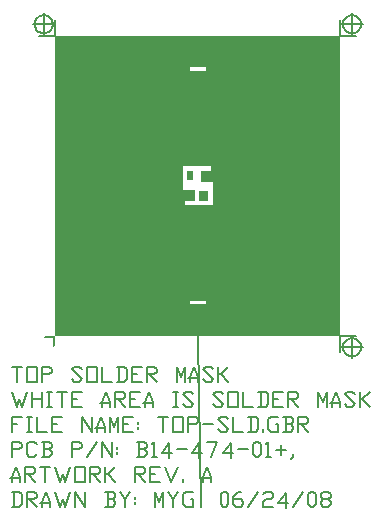
<source format=gbr>
G04 AutoGERB for AutoCAD 14/2000*
G04 RS274-X Output *
%FSLAX34Y34*%
%MOIN*%
%ADD12C,0.005000*%
%ADD13C,0.007000*%
%ADD14C,0.013448*%
%ADD15C,0.013000*%
%ADD16C,0.096000*%
G36*X-312Y0D02*X-396Y-90D01*X-90Y-90*X-90Y-396*X0Y-312*X0Y0*X-312Y0*G37*G54D12*X9887Y-83D02*X9840Y-87D01*X9795Y-97*X9751Y-115*X9711Y-140*X9675Y-170*X9645Y-206*X9620Y-246*X9602Y-289*X9591Y-335*X9587Y-381*G54D12*X9587Y-383D02*X9591Y-430D01*X9602Y-475*X9620Y-519*X9644Y-559*X9674Y-594*X9710Y-625*X9750Y-650*X9793Y-668*X9839Y-679*X9886Y-683*G54D12*X9500Y0D02*X10037Y0D01*G54D12*X9887Y-383D02*X9525Y-383D01*G54D12*X9500Y0D02*X9500Y-537D01*G54D12*X9887Y-683D02*X9934Y-679D01*X9979Y-668*X10023Y-650*X10063Y-626*X10099Y-595*X10129Y-560*X10154Y-520*X10172Y-477*X10183Y-431*X10187Y-384*G54D12*X9887Y-383D02*X9887Y-745D01*G54D12*X10187Y-383D02*X10183Y-336D01*X10172Y-290*X10155Y-247*X10130Y-207*X10100Y-171*X10064Y-141*X10024Y-116*X9981Y-98*X9935Y-87*X9889Y-83*G54D12*X9887Y-383D02*X10249Y-383D01*G54D12*X9887Y-383D02*X9887Y-21D01*G54D12*X-387Y10683D02*X-434Y10679D01*X-479Y10668*X-523Y10650*X-563Y10626*X-599Y10595*X-629Y10560*X-654Y10520*X-672Y10477*X-683Y10431*X-687Y10384*G54D12*X-687Y10383D02*X-683Y10336D01*X-672Y10290*X-655Y10247*X-630Y10207*X-600Y10171*X-564Y10141*X-524Y10116*X-481Y10098*X-435Y10087*X-389Y10083*G54D12*X-387Y10383D02*X-749Y10383D01*G54D12*X-387Y10083D02*X-340Y10087D01*X-295Y10097*X-251Y10115*X-211Y10140*X-175Y10170*X-145Y10206*X-120Y10246*X-102Y10289*X-91Y10335*X-87Y10381*G54D12*X-387Y10383D02*X-387Y10021D01*G54D12*X0Y10000D02*X0Y10537D01*G54D12*X0Y10000D02*X-537Y10000D01*G54D12*X-87Y10383D02*X-91Y10430D01*X-102Y10475*X-120Y10519*X-144Y10559*X-174Y10594*X-210Y10625*X-250Y10650*X-293Y10668*X-339Y10679*X-386Y10683*G54D12*X-387Y10383D02*X-25Y10383D01*G54D12*X-387Y10383D02*X-387Y10745D01*G54D12*X10187Y10383D02*X10183Y10430D01*X10172Y10475*X10155Y10519*X10130Y10559*X10100Y10594*X10064Y10625*X10024Y10650*X9981Y10668*X9935Y10679*X9889Y10683*G54D12*X9887Y10083D02*X9934Y10087D01*X9979Y10097*X10023Y10115*X10063Y10140*X10099Y10170*X10129Y10206*X10154Y10246*X10172Y10289*X10183Y10335*X10187Y10381*G54D12*X9887Y10383D02*X10249Y10383D01*G54D12*X9587Y10383D02*X9591Y10336D01*X9602Y10290
*X9620Y10247*X9644Y10207*X9674Y10171*X9710Y10141*X9750Y10116*X9793Y10098*X9839Y10087*X9886Y10083*G54D12*X9887Y10383D02*X9887Y10021D01*G54D12*X9500Y10000D02*X9500Y10537D01*G54D12*X9500Y10000D02*X10037Y10000D01*G54D12*X9887Y10683D02*X9840Y10679D01*X9795Y10668*X9751Y10650*X9711Y10626*X9675Y10595*X9645Y10560*X9620Y10520*X9602Y10477*X9591Y10431*X9587Y10384*G54D12*X9887Y10383D02*X9525Y10383D01*G54D12*X9887Y10383D02*X9887Y10745D01*G36*X4730Y8950D02*X4490Y8950D01*X4490Y8830*X4730Y8830*X4730Y5644*X4246Y5644*X4246Y4871*X4643Y4871*X4643Y4506*X4326Y4506*X4326Y4356*X5254Y4356*X5254Y5129*X4857Y5129*X4857Y5494*X5174Y5494*X5174Y5644*X4770Y5644*X4770Y8830*X5010Y8830*X5010Y8950*X4770Y8950*X4770Y10000*X9500Y10000*X9500Y0*X4770Y0*X4770Y1050*X5010Y1050*X5010Y1170*X4490Y1170*X4490Y1050*X4730Y1050*X4730Y0*X0Y0*X0Y10000*X4730Y10000*X4730Y8950*G37*G54D13*X-1451Y-5698D02*X-1201Y-5698D01*X-1118Y-5615*X-1118Y-5282*X-1202Y-5198*X-1451Y-5198*G54D13*X-1368Y-5198D02*X-1368Y-5698D01*G54D13*X-951Y-5698D02*X-951Y-5198D01*X-701Y-5198*X-618Y-5282*X-618Y-5365*X-701Y-5449*X-951Y-5449*G54D13*X-868Y-5449D02*X-618Y-5698D01*G54D13*X-451Y-5698D02*X-451Y-5532D01*X-313Y-5198*X-175Y-5532*X-175Y-5698*G54D13*X-509Y-5560D02*X-175Y-5560D01*G54D13*X-9Y-5198D02*X158Y-5698D01*X241Y-5448*X325Y-5698*X491Y-5198*G54D13*X658Y-5698D02*X658Y-5198D01*X991Y-5698*X991Y-5198*G54D13*X1658Y-5698D02*X1908Y-5698D01*X1991Y-5615*X1991Y-5532*X1908Y-5448*X1741Y-5448*G54D13*X1908Y-5448D02*X1991Y-5365D01*X1991Y-5282*X1908Y-5198*X1658Y-5198*G54D13*X1741Y-5198D02*X1741Y-5698D01*G54D13*X2158Y-5198D02*X2325Y-5448D01*X2325Y-5698*G54D13*X2325Y-5448D02*X2491Y-5198D01*G54D13*X2658Y-5365D02*X2658Y-5449D01*G54D13*X2658Y-5532D02*X2658Y-5615D01*G54D13*X3325Y-5698D02*X3325Y-5199D01*X3463Y-5532*X3601Y-5198*X3601Y-5698*G54D13*X3767Y-5198D02*X3934Y-5448D01*X3934Y-5698*G54D13*X3934Y-5448D02*X4101Y-5198D01*G54D13*X4517Y-5448D02*X4601Y-5448D01*X4601Y-5698*X4351Y-5698*X4267Y-5615*X4267Y-5282*X4351Y-5198*X4601Y-5198*G54D13*X4851Y-5615D02*X4851Y-5698D01*X4767Y-
5781*G54D13*X5601Y-5698D02*X5517Y-5615D01*X5517Y-5282*X5601Y-5198*X5684Y-5198*X5767Y-5282*X5767Y-5615*X5684Y-5698*X5601Y-5698*G54D13*X5934Y-5448D02*X6184Y-5449D01*X6267Y-5532*X6267Y-5615*X6184Y-5698*X6017Y-5698*X5934Y-5615*X5934Y-5365*X6101Y-5198*X6184Y-5198*G54D13*X6434Y-5698D02*X6767Y-5199D01*G54D13*X6934Y-5282D02*X7017Y-5198D01*X7184Y-5198*X7267Y-5282*X7267Y-5365*X7184Y-5449*X7017Y-5449*X6934Y-5532*X6934Y-5698*X7267Y-5698*G54D13*X7767Y-5560D02*X7434Y-5560D01*X7684Y-5227*X7684Y-5726*G54D13*X7934Y-5698D02*X8267Y-5198D01*G54D13*X8517Y-5698D02*X8434Y-5615D01*X8434Y-5282*X8517Y-5198*X8601Y-5198*X8684Y-5282*X8684Y-5615*X8601Y-5698*X8517Y-5698*G54D13*X8934Y-5698D02*X8851Y-5615D01*X8851Y-5532*X8934Y-5448*X9101Y-5448*X9184Y-5365*X9184Y-5282*X9101Y-5198*X8934Y-5198*X8851Y-5282*X8851Y-5365*X8934Y-5448*G54D13*X9101Y-5448D02*X9184Y-5532D01*X9184Y-5615*X9101Y-5698*X8934Y-5698*G54D13*X-1451Y-4031D02*X-1451Y-3531D01*X-1201Y-3531*X-1118Y-3615*X-1118Y-3698*X-1201Y-3782*X-1451Y-3782*G54D13*X-618Y-3948D02*X-701Y-4031D01*X-868Y-4031*X-951Y-3948*X-952Y-3615*X-868Y-3531*X-701Y-3531*X-618Y-3615*G54D13*X-451Y-4031D02*X-201Y-4031D01*X-118Y-3948*X-118Y-3865*X-201Y-3781*X-368Y-3781*G54D13*X-201Y-3781D02*X-118Y-3698D01*X-118Y-3615*X-201Y-3531*X-452Y-3531*G54D13*X-368Y-3531D02*X-368Y-4031D01*G54D13*X549Y-4031D02*X549Y-3531D01*X799Y-3531*X882Y-3615*X882Y-3698*X799Y-3782*X549Y-3782*G54D13*X1049Y-4031D02*X1382Y-3531D01*G54D13*X1549Y-4031D02*X1549Y-3532D01*X1882Y-4031*X1882Y-3531*G54D13*X2049Y-3698D02*X2049Y-3782D01*G54D13*X2049Y-3865D02*X2049Y-3948D01*G54D13*X2715Y-4031D02*X2965Y-4031D01*X3048Y-3948*X3048Y-3865*X2965Y-3781*X2798Y-3781*G54D13*X2965Y-3781D02*X3048Y-3698D01*X3048Y-3615*X2965Y-3531*X2715Y-3531*G54D13*X2798Y-3531D02*X2798Y-4031D01*G54D13*X3215Y-3615D02*X3298Y-3531D01*X3298Y-4031*G54D13*X3215Y-4031D02*X3382Y-4031D01*G54D13*X3882Y-3893D02*X3548Y-3893D01*X3798Y-3560*X3799Y-4059*G54D13*X4048Y-3781D02*X4382Y-3782D01*G54D13*X4882Y-3893D02*X4549Y-3893D01*X4798Y-3560*X4799Y-4059*G54D13*X5048
Y-3532D02*X5382Y-3531D01*X5175Y-4031*G54D13*X5925Y-3893D02*X5591Y-3893D01*X5841Y-3560*X5841Y-4059*G54D13*X6091Y-3781D02*X6425Y-3781D01*G54D13*X6675Y-4031D02*X6591Y-3948D01*X6591Y-3615*X6675Y-3531*X6758Y-3531*X6841Y-3615*X6841Y-3948*X6758Y-4031*X6675Y-4031*G54D13*X7008Y-3615D02*X7091Y-3531D01*X7091Y-4031*G54D13*X7008Y-4031D02*X7175Y-4031D01*G54D13*X7508Y-3962D02*X7508Y-3629D01*G54D13*X7675Y-3796D02*X7341Y-3796D01*G54D13*X7925Y-3948D02*X7925Y-4031D01*X7841Y-4114*G54D13*X-1451Y-3198D02*X-1451Y-2698D01*X-1118Y-2698*G54D13*X-1451Y-2948D02*X-1285Y-2948D01*G54D13*X-951Y-2698D02*X-785Y-2699D01*G54D13*X-868Y-2698D02*X-868Y-3198D01*G54D13*X-951Y-3198D02*X-785Y-3198D01*G54D13*X-618Y-2698D02*X-618Y-3198D01*X-285Y-3198*G54D13*X-118Y-3198D02*X-118Y-2698D01*X215Y-2698*G54D13*X-118Y-2949D02*X49Y-2949D01*G54D13*X-118Y-3198D02*X215Y-3198D01*G54D13*X882Y-3198D02*X882Y-2698D01*X1215Y-3198*X1215Y-2699*G54D13*X1382Y-3198D02*X1382Y-3032D01*X1520Y-2699*X1658Y-3032*X1658Y-3198*G54D13*X1325Y-3060D02*X1658Y-3060D01*G54D13*X1825Y-3198D02*X1825Y-2698D01*X1963Y-3032*X2101Y-2698*X2101Y-3198*G54D13*X2267Y-3198D02*X2267Y-2698D01*X2601Y-2698*G54D13*X2267Y-2949D02*X2434Y-2948D01*G54D13*X2267Y-3198D02*X2601Y-3198D01*G54D13*X2767Y-2865D02*X2767Y-2948D01*G54D13*X2767Y-3032D02*X2767Y-3115D01*G54D13*X3434Y-2698D02*X3767Y-2698D01*G54D13*X3601Y-2698D02*X3601Y-3198D01*G54D13*X3934Y-3198D02*X3934Y-2698D01*X4267Y-2698*X4267Y-3198*X3934Y-3198*G54D13*X4434Y-3198D02*X4434Y-2698D01*X4684Y-2698*X4767Y-2782*X4767Y-2865*X4684Y-2949*X4434Y-2949*G54D13*X4934Y-2948D02*X5267Y-2948D01*G54D13*X5434Y-3115D02*X5517Y-3198D01*X5684Y-3198*X5767Y-3115*X5434Y-2782*X5517Y-2698*X5684Y-2698*X5767Y-2782*G54D13*X5934Y-2699D02*X5934Y-3198D01*X6267Y-3198*G54D13*X6434Y-3198D02*X6684Y-3198D01*X6767Y-3115*X6767Y-2782*X6684Y-2698*X6434Y-2698*G54D13*X6517Y-2698D02*X6517Y-3198D01*G54D13*X6934Y-3198D02*X6934Y-3115D01*G54D13*X7351Y-2948D02*X7434Y-2948D01*X7434Y-3198*X7184Y-3198*X7101Y-3115*X7101Y-2782*X7184Y-2698*X7434Y-2698*G54D13*X7601Y-3198D
02*X7851Y-3198D01*X7934Y-3115*X7934Y-3032*X7851Y-2948*X7684Y-2948*G54D13*X7851Y-2948D02*X7934Y-2865D01*X7934Y-2782*X7851Y-2698*X7601Y-2698*G54D13*X7684Y-2698D02*X7684Y-3198D01*G54D13*X8101Y-3198D02*X8101Y-2699D01*X8351Y-2698*X8434Y-2782*X8434Y-2865*X8351Y-2949*X8101Y-2949*G54D13*X8184Y-2949D02*X8434Y-3198D01*G54D13*X-1451Y-1864D02*X-1285Y-2364D01*X-1201Y-2114*X-1118Y-2364*X-951Y-1864*G54D13*X-785Y-2364D02*X-785Y-1865D01*G54D13*X-785Y-2114D02*X-451Y-2114D01*G54D13*X-451Y-1864D02*X-451Y-2364D01*G54D13*X-285Y-1865D02*X-118Y-1864D01*G54D13*X-202Y-1864D02*X-202Y-2364D01*G54D13*X-285Y-2364D02*X-118Y-2364D01*G54D13*X48Y-1864D02*X382Y-1865D01*G54D13*X215Y-1864D02*X215Y-2364D01*G54D13*X548Y-2364D02*X548Y-1864D01*X882Y-1864*G54D13*X548Y-2114D02*X715Y-2114D01*G54D13*X548Y-2364D02*X882Y-2364D01*G54D13*X1549Y-2364D02*X1549Y-2198D01*X1687Y-1865*X1825Y-2198*X1825Y-2364*G54D13*X1491Y-2226D02*X1825Y-2226D01*G54D13*X1991Y-2364D02*X1991Y-1865D01*X2241Y-1865*X2325Y-1948*X2325Y-2031*X2241Y-2115*X1991Y-2115*G54D13*X2075Y-2115D02*X2325Y-2364D01*G54D13*X2491Y-2364D02*X2491Y-1864D01*X2825Y-1864*G54D13*X2491Y-2114D02*X2658Y-2115D01*G54D13*X2491Y-2364D02*X2825Y-2364D01*G54D13*X2991Y-2364D02*X2991Y-2198D01*X3129Y-1864*X3267Y-2198*X3267Y-2364*G54D13*X2934Y-2226D02*X3267Y-2226D01*G54D13*X3934Y-1864D02*X4101Y-1864D01*G54D13*X4017Y-1864D02*X4017Y-2364D01*G54D13*X3934Y-2364D02*X4101Y-2364D01*G54D13*X4267Y-2281D02*X4351Y-2364D01*X4517Y-2364*X4601Y-2281*X4267Y-1948*X4351Y-1864*X4517Y-1864*X4601Y-1948*G54D13*X5267Y-2281D02*X5351Y-2364D01*X5517Y-2364*X5601Y-2281*X5267Y-1948*X5351Y-1864*X5517Y-1864*X5601Y-1948*G54D13*X5767Y-2364D02*X5767Y-1864D01*X6101Y-1864*X6101Y-2364*X5767Y-2364*G54D13*X6267Y-1865D02*X6267Y-2364D01*X6601Y-2364*G54D13*X6767Y-2364D02*X7017Y-2364D01*X7101Y-2281*X7101Y-1948*X7017Y-1864*X6767Y-1864*G54D13*X6851Y-1864D02*X6851Y-2364D01*G54D13*X7267Y-2364D02*X7267Y-1864D01*X7601Y-1864*G54D13*X7267Y-2114D02*X7434Y-2114D01*G54D13*X7267Y-2364D02*X7601Y-2364D01*G54D13*X7767Y-2364D02*X7767Y-1864
D01*X8017Y-1864*X8101Y-1948*X8101Y-2031*X8017Y-2115*X7767Y-2115*G54D13*X7851Y-2115D02*X8101Y-2364D01*G54D13*X8767Y-2364D02*X8767Y-1864D01*X8906Y-2198*X9044Y-1865*X9044Y-2364*G54D13*X9210Y-2364D02*X9210Y-2198D01*X9348Y-1865*X9486Y-2198*X9486Y-2364*G54D13*X9153Y-2226D02*X9486Y-2226D01*G54D13*X9653Y-2281D02*X9736Y-2364D01*X9903Y-2364*X9986Y-2281*X9653Y-1948*X9736Y-1864*X9903Y-1864*X9986Y-1948*G54D13*X10153Y-2364D02*X10153Y-1864D01*G54D13*X10486Y-1864D02*X10236Y-2115D01*X10153Y-2115*G54D13*X10236Y-2115D02*X10486Y-2364D01*G54D13*X-1451Y-4864D02*X-1451Y-4698D01*X-1313Y-4364*X-1175Y-4698*X-1175Y-4864*G54D13*X-1508Y-4726D02*X-1175Y-4726D01*G54D13*X-1009Y-4864D02*X-1009Y-4364D01*X-759Y-4364*X-675Y-4448*X-675Y-4531*X-759Y-4615*X-1009Y-4615*G54D13*X-925Y-4615D02*X-675Y-4864D01*G54D13*X-509Y-4365D02*X-175Y-4364D01*G54D13*X-342Y-4364D02*X-342Y-4864D01*G54D13*X-9Y-4364D02*X158Y-4864D01*X241Y-4614*X325Y-4864*X491Y-4364*G54D13*X658Y-4864D02*X658Y-4364D01*X991Y-4364*X991Y-4864*X658Y-4864*G54D13*X1158Y-4864D02*X1158Y-4364D01*X1408Y-4364*X1491Y-4448*X1491Y-4531*X1408Y-4615*X1158Y-4615*G54D13*X1241Y-4615D02*X1491Y-4864D01*G54D13*X1658Y-4864D02*X1658Y-4364D01*G54D13*X1991Y-4365D02*X1741Y-4615D01*X1658Y-4615*G54D13*X1741Y-4615D02*X1991Y-4864D01*G54D13*X2658Y-4864D02*X2658Y-4364D01*X2908Y-4364*X2991Y-4448*X2991Y-4531*X2908Y-4615*X2658Y-4615*G54D13*X2741Y-4615D02*X2991Y-4864D01*G54D13*X3158Y-4864D02*X3158Y-4365D01*X3491Y-4364*G54D13*X3158Y-4614D02*X3325Y-4615D01*G54D13*X3158Y-4864D02*X3491Y-4864D01*G54D13*X3658Y-4364D02*X3865Y-4864D01*X4072Y-4364*G54D13*X4239Y-4864D02*X4239Y-4781D01*G54D13*X4906Y-4864D02*X4906Y-4698D01*X5044Y-4365*X5182Y-4698*X5182Y-4864*G54D13*X4848Y-4726D02*X5182Y-4726D01*G54D13*X-1451Y-1031D02*X-1118Y-1031D01*G54D13*X-1285Y-1032D02*X-1285Y-1531D01*G54D13*X-951Y-1531D02*X-951Y-1031D01*X-618Y-1031*X-618Y-1531*X-951Y-1531*G54D13*X-451Y-1531D02*X-451Y-1031D01*X-201Y-1031*X-118Y-1115*X-118Y-1198*X-201Y-1282*X-452Y-1282*G54D13*X549Y-1448D02*X632Y-1531D01*X799Y-1531*X882Y-1448
*X549Y-1115*X632Y-1031*X799Y-1031*X882Y-1115*G54D13*X1049Y-1531D02*X1049Y-1031D01*X1382Y-1031*X1382Y-1531*X1049Y-1531*G54D13*X1549Y-1032D02*X1549Y-1531D01*X1882Y-1531*G54D13*X2049Y-1531D02*X2299Y-1531D01*X2382Y-1448*X2382Y-1115*X2299Y-1031*X2049Y-1031*G54D13*X2132Y-1031D02*X2132Y-1531D01*G54D13*X2549Y-1531D02*X2549Y-1031D01*X2882Y-1031*G54D13*X2549Y-1281D02*X2715Y-1282D01*G54D13*X2549Y-1531D02*X2882Y-1531D01*G54D13*X3049Y-1531D02*X3049Y-1032D01*X3299Y-1032*X3382Y-1115*X3382Y-1198*X3299Y-1282*X3049Y-1282*G54D13*X3132Y-1282D02*X3382Y-1531D01*G54D13*X4049Y-1531D02*X4049Y-1032D01*X4187Y-1365*X4325Y-1032*X4325Y-1531*G54D13*X4491Y-1531D02*X4491Y-1365D01*X4629Y-1032*X4767Y-1365*X4767Y-1531*G54D13*X4434Y-1393D02*X4767Y-1393D01*G54D13*X4934Y-1448D02*X5017Y-1531D01*X5184Y-1531*X5267Y-1448*X4934Y-1115*X5017Y-1031*X5184Y-1031*X5267Y-1115*G54D13*X5434Y-1531D02*X5434Y-1031D01*G54D13*X5767Y-1032D02*X5517Y-1282D01*X5434Y-1282*G54D13*X5517Y-1282D02*X5767Y-1531D01*G36*X4730Y1050D02*X4770Y1050D01*X4770Y0*X4730Y0*X4730Y1050*G37*G36*X4730Y10000D02*X4770Y10000D01*X4770Y8950*X4730Y8950*X4730Y10000*G37*G36*X4396Y5494D02*X4593Y5494D01*X4593Y5179*X4396Y5179*X4396Y5494*G37*G36*X4789Y4821D02*X5104Y4821D01*X5104Y4506*X4789Y4506*X4789Y4821*G37*G36*X4730Y8830D02*X4770Y8830D01*X4770Y5644*X4730Y5644*X4730Y8830*G37*M02*

	THIS DOCUMENT AND ITS CONTENTS ARE OWNED BY, AND ARE
THE CONFIDENTIAL AND PROPRIETARY INFORMATION OF, MINI-CIRCUITS
("CONFIDENTIAL INFORMATION") AND MINI-CIRCUITS RESERVES ALL
DESIGN, USE, MANUFACTURING AND REPRODUCTION RIGHTS THERETO.
UNLESS OTHERWISE EXPRESSLY AGREED TO IN WRITING BY MINI-
CIRCUITS, THE CONFIDENTIAL INFROMATION WILL: (i) BE USED BY MINI-
CIRCUITS' VENDORS, VENDEES, OR THE UNITED STATES GOVERNMENT
("RECEIVING PARTY") SOLELY TO PROMOTE THE COMMERCIAL
RELATIONSHIP BETWEEN RECEIVING PARTY AND MINI-CIRCUITS
("PURPOSE") AND THEN ONLY TO THE EXTENT SPECIFIED BY MINI-
CIRCUITS; (ii) NOT BE USED FOR ANY OTHER PURPOSE AND NOT BE USED
IN ANY WAY DETRIMENTAL TO MINI-CIRCUITS OR TO COMPETE AGAINST
MINI-CIRCUITS; AND (iii) BE KEPT CONFIDENTIAL BY THE RECEIVING PARTY
AND RECEIVING PARTY AGREES NOT TO DISCLOSE THE CONFIDENTIAL
INFORMATION TO ANY THIRD PARTY.

</source>
